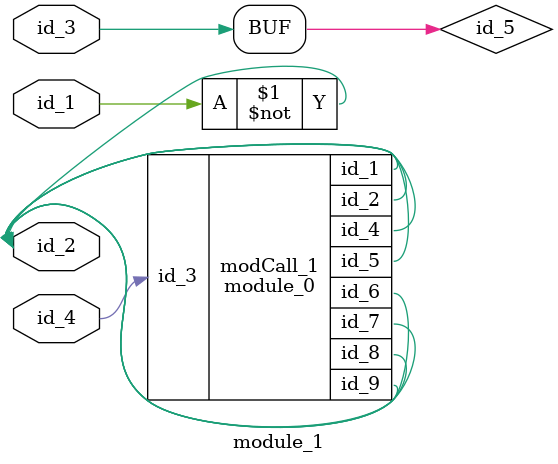
<source format=v>
module module_0 (
    id_1,
    id_2,
    id_3,
    id_4,
    id_5,
    id_6,
    id_7,
    id_8,
    id_9
);
  output wire id_9;
  inout wire id_8;
  inout wire id_7;
  inout wire id_6;
  output wire id_5;
  inout wire id_4;
  input wire id_3;
  output wire id_2;
  output wire id_1;
  assign id_8 = 1;
endmodule
module module_1 (
    id_1,
    id_2,
    id_3,
    id_4
);
  input wire id_4;
  input wire id_3;
  inout wire id_2;
  inout wire id_1;
  module_0 modCall_1 (
      id_2,
      id_2,
      id_4,
      id_2,
      id_2,
      id_2,
      id_2,
      id_2,
      id_2
  );
  assign id_1 = id_1[1 : 1'b0];
  wire id_5 = id_3;
  not primCall (id_2, id_1);
endmodule

</source>
